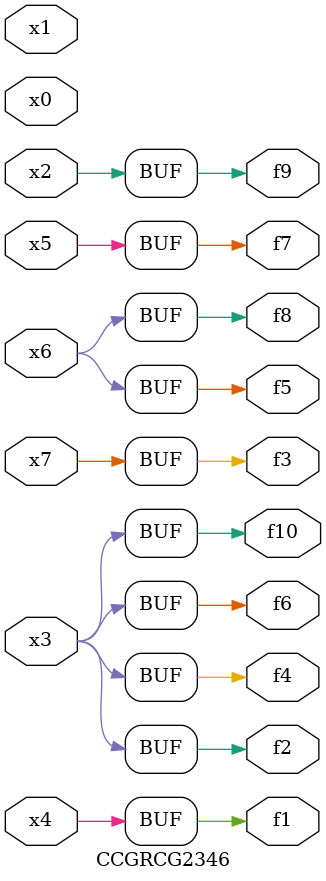
<source format=v>
module CCGRCG2346(
	input x0, x1, x2, x3, x4, x5, x6, x7,
	output f1, f2, f3, f4, f5, f6, f7, f8, f9, f10
);
	assign f1 = x4;
	assign f2 = x3;
	assign f3 = x7;
	assign f4 = x3;
	assign f5 = x6;
	assign f6 = x3;
	assign f7 = x5;
	assign f8 = x6;
	assign f9 = x2;
	assign f10 = x3;
endmodule

</source>
